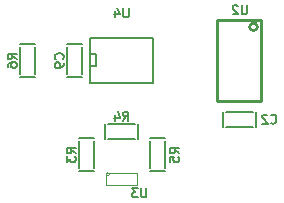
<source format=gbo>
G04 (created by PCBNEW (2013-mar-13)-testing) date Wed 10 Jun 2015 12:09:16 AM EDT*
%MOIN*%
G04 Gerber Fmt 3.4, Leading zero omitted, Abs format*
%FSLAX34Y34*%
G01*
G70*
G90*
G04 APERTURE LIST*
%ADD10C,0.005906*%
%ADD11C,0.005000*%
%ADD12C,0.010000*%
%ADD13C,0.003100*%
%ADD14C,0.005118*%
G04 APERTURE END LIST*
G54D10*
G54D11*
X70416Y-71509D02*
X71316Y-71509D01*
X71414Y-71509D02*
X71414Y-71009D01*
X71316Y-71009D02*
X70416Y-71009D01*
X70317Y-71009D02*
X70317Y-71509D01*
X65604Y-69741D02*
X65604Y-68841D01*
X65604Y-68742D02*
X65104Y-68742D01*
X65104Y-68841D02*
X65104Y-69741D01*
X65104Y-69839D02*
X65604Y-69839D01*
X65498Y-71990D02*
X65498Y-72890D01*
X65498Y-72989D02*
X65998Y-72989D01*
X65998Y-72890D02*
X65998Y-71990D01*
X65998Y-71892D02*
X65498Y-71892D01*
X66479Y-71903D02*
X67379Y-71903D01*
X67477Y-71903D02*
X67477Y-71403D01*
X67379Y-71403D02*
X66479Y-71403D01*
X66380Y-71403D02*
X66380Y-71903D01*
X68360Y-72890D02*
X68360Y-71990D01*
X68360Y-71892D02*
X67860Y-71892D01*
X67860Y-71990D02*
X67860Y-72890D01*
X67860Y-72989D02*
X68360Y-72989D01*
X64029Y-69741D02*
X64029Y-68841D01*
X64029Y-68742D02*
X63529Y-68742D01*
X63529Y-68841D02*
X63529Y-69741D01*
X63529Y-69839D02*
X64029Y-69839D01*
G54D12*
X70116Y-67935D02*
X70116Y-70647D01*
X70116Y-70647D02*
X71566Y-70647D01*
X71566Y-70647D02*
X71566Y-67935D01*
X71566Y-67935D02*
X70116Y-67935D01*
X71450Y-68168D02*
G75*
G03X71450Y-68168I-128J0D01*
G74*
G01*
G54D13*
X66528Y-73090D02*
G75*
G03X66528Y-73090I-62J0D01*
G74*
G01*
X67429Y-73428D02*
X67429Y-73028D01*
X66404Y-73428D02*
X66404Y-73028D01*
X67429Y-73028D02*
X66404Y-73028D01*
X66404Y-73428D02*
X67429Y-73428D01*
G54D11*
X65879Y-68591D02*
X65879Y-68541D01*
X65879Y-68541D02*
X67979Y-68541D01*
X67979Y-70041D02*
X65879Y-70041D01*
X65879Y-70041D02*
X65879Y-68591D01*
X65879Y-69491D02*
X66079Y-69491D01*
X66079Y-69491D02*
X66079Y-69091D01*
X66079Y-69091D02*
X65879Y-69091D01*
X67979Y-70041D02*
X67979Y-68541D01*
G54D14*
X71900Y-71366D02*
X71914Y-71381D01*
X71957Y-71395D01*
X71986Y-71395D01*
X72028Y-71381D01*
X72057Y-71352D01*
X72071Y-71324D01*
X72086Y-71266D01*
X72086Y-71224D01*
X72071Y-71166D01*
X72057Y-71138D01*
X72028Y-71109D01*
X71986Y-71095D01*
X71957Y-71095D01*
X71914Y-71109D01*
X71900Y-71124D01*
X71786Y-71124D02*
X71771Y-71109D01*
X71743Y-71095D01*
X71671Y-71095D01*
X71643Y-71109D01*
X71628Y-71124D01*
X71614Y-71152D01*
X71614Y-71181D01*
X71628Y-71224D01*
X71800Y-71395D01*
X71614Y-71395D01*
X64969Y-69241D02*
X64983Y-69227D01*
X64997Y-69184D01*
X64997Y-69155D01*
X64983Y-69112D01*
X64955Y-69084D01*
X64926Y-69069D01*
X64869Y-69055D01*
X64826Y-69055D01*
X64769Y-69069D01*
X64740Y-69084D01*
X64712Y-69112D01*
X64697Y-69155D01*
X64697Y-69184D01*
X64712Y-69227D01*
X64726Y-69241D01*
X64997Y-69384D02*
X64997Y-69441D01*
X64983Y-69469D01*
X64969Y-69484D01*
X64926Y-69512D01*
X64869Y-69527D01*
X64755Y-69527D01*
X64726Y-69512D01*
X64712Y-69498D01*
X64697Y-69469D01*
X64697Y-69412D01*
X64712Y-69384D01*
X64726Y-69369D01*
X64755Y-69355D01*
X64826Y-69355D01*
X64855Y-69369D01*
X64869Y-69384D01*
X64883Y-69412D01*
X64883Y-69469D01*
X64869Y-69498D01*
X64855Y-69512D01*
X64826Y-69527D01*
X65391Y-72390D02*
X65248Y-72290D01*
X65391Y-72219D02*
X65091Y-72219D01*
X65091Y-72333D01*
X65105Y-72362D01*
X65120Y-72376D01*
X65148Y-72390D01*
X65191Y-72390D01*
X65220Y-72376D01*
X65234Y-72362D01*
X65248Y-72333D01*
X65248Y-72219D01*
X65091Y-72490D02*
X65091Y-72676D01*
X65205Y-72576D01*
X65205Y-72619D01*
X65220Y-72648D01*
X65234Y-72662D01*
X65263Y-72676D01*
X65334Y-72676D01*
X65363Y-72662D01*
X65377Y-72648D01*
X65391Y-72619D01*
X65391Y-72533D01*
X65377Y-72505D01*
X65363Y-72490D01*
X66979Y-71297D02*
X67079Y-71154D01*
X67150Y-71297D02*
X67150Y-70997D01*
X67036Y-70997D01*
X67007Y-71011D01*
X66993Y-71025D01*
X66979Y-71054D01*
X66979Y-71097D01*
X66993Y-71125D01*
X67007Y-71139D01*
X67036Y-71154D01*
X67150Y-71154D01*
X66721Y-71097D02*
X66721Y-71297D01*
X66793Y-70982D02*
X66864Y-71197D01*
X66679Y-71197D01*
X68836Y-72390D02*
X68693Y-72290D01*
X68836Y-72219D02*
X68536Y-72219D01*
X68536Y-72333D01*
X68550Y-72362D01*
X68565Y-72376D01*
X68593Y-72390D01*
X68636Y-72390D01*
X68665Y-72376D01*
X68679Y-72362D01*
X68693Y-72333D01*
X68693Y-72219D01*
X68536Y-72662D02*
X68536Y-72519D01*
X68679Y-72505D01*
X68665Y-72519D01*
X68650Y-72548D01*
X68650Y-72619D01*
X68665Y-72648D01*
X68679Y-72662D01*
X68707Y-72676D01*
X68779Y-72676D01*
X68807Y-72662D01*
X68822Y-72648D01*
X68836Y-72619D01*
X68836Y-72548D01*
X68822Y-72519D01*
X68807Y-72505D01*
X63423Y-69241D02*
X63280Y-69141D01*
X63423Y-69069D02*
X63123Y-69069D01*
X63123Y-69184D01*
X63137Y-69212D01*
X63151Y-69227D01*
X63180Y-69241D01*
X63223Y-69241D01*
X63251Y-69227D01*
X63265Y-69212D01*
X63280Y-69184D01*
X63280Y-69069D01*
X63123Y-69498D02*
X63123Y-69441D01*
X63137Y-69412D01*
X63151Y-69398D01*
X63194Y-69369D01*
X63251Y-69355D01*
X63365Y-69355D01*
X63394Y-69369D01*
X63408Y-69384D01*
X63423Y-69412D01*
X63423Y-69469D01*
X63408Y-69498D01*
X63394Y-69512D01*
X63365Y-69527D01*
X63294Y-69527D01*
X63265Y-69512D01*
X63251Y-69498D01*
X63237Y-69469D01*
X63237Y-69412D01*
X63251Y-69384D01*
X63265Y-69369D01*
X63294Y-69355D01*
X71094Y-67453D02*
X71094Y-67696D01*
X71080Y-67725D01*
X71066Y-67739D01*
X71037Y-67753D01*
X70980Y-67753D01*
X70951Y-67739D01*
X70937Y-67725D01*
X70923Y-67696D01*
X70923Y-67453D01*
X70794Y-67482D02*
X70780Y-67468D01*
X70751Y-67453D01*
X70680Y-67453D01*
X70651Y-67468D01*
X70637Y-67482D01*
X70623Y-67510D01*
X70623Y-67539D01*
X70637Y-67582D01*
X70808Y-67753D01*
X70623Y-67753D01*
X67748Y-73556D02*
X67748Y-73799D01*
X67733Y-73827D01*
X67719Y-73841D01*
X67691Y-73856D01*
X67633Y-73856D01*
X67605Y-73841D01*
X67591Y-73827D01*
X67576Y-73799D01*
X67576Y-73556D01*
X67462Y-73556D02*
X67276Y-73556D01*
X67376Y-73670D01*
X67333Y-73670D01*
X67305Y-73684D01*
X67291Y-73699D01*
X67276Y-73727D01*
X67276Y-73799D01*
X67291Y-73827D01*
X67305Y-73841D01*
X67333Y-73856D01*
X67419Y-73856D01*
X67448Y-73841D01*
X67462Y-73827D01*
X67157Y-67552D02*
X67157Y-67795D01*
X67143Y-67823D01*
X67129Y-67837D01*
X67100Y-67852D01*
X67043Y-67852D01*
X67014Y-67837D01*
X67000Y-67823D01*
X66986Y-67795D01*
X66986Y-67552D01*
X66714Y-67652D02*
X66714Y-67852D01*
X66786Y-67537D02*
X66857Y-67752D01*
X66671Y-67752D01*
M02*

</source>
